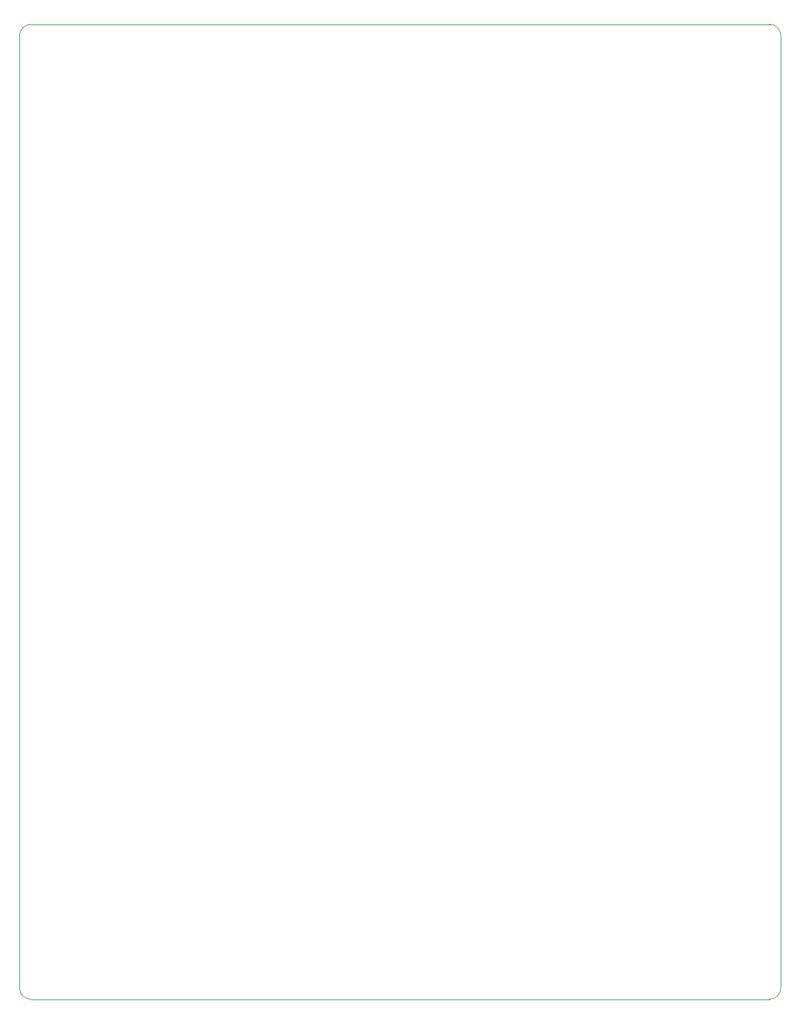
<source format=gbr>
%TF.GenerationSoftware,KiCad,Pcbnew,(7.0.0)*%
%TF.CreationDate,2023-12-08T21:12:49-05:00*%
%TF.ProjectId,Coaster-Graphics,436f6173-7465-4722-9d47-726170686963,rev?*%
%TF.SameCoordinates,Original*%
%TF.FileFunction,Profile,NP*%
%FSLAX46Y46*%
G04 Gerber Fmt 4.6, Leading zero omitted, Abs format (unit mm)*
G04 Created by KiCad (PCBNEW (7.0.0)) date 2023-12-08 21:12:49*
%MOMM*%
%LPD*%
G01*
G04 APERTURE LIST*
%TA.AperFunction,Profile*%
%ADD10C,0.100000*%
%TD*%
G04 APERTURE END LIST*
D10*
X188790000Y-23000133D02*
G75*
G03*
X187289868Y-21500000I-1500100J33D01*
G01*
X90290000Y-21500000D02*
G75*
G03*
X88789868Y-23000132I-2J-1500130D01*
G01*
X88789868Y-148000000D02*
G75*
G03*
X90290001Y-149500133I1500134J1D01*
G01*
X187289868Y-149500101D02*
G75*
G03*
X188790001Y-148000000I32J1500101D01*
G01*
X188790001Y-148000000D02*
X188790001Y-23000133D01*
X90290001Y-149500133D02*
X187289868Y-149500133D01*
X187289868Y-21500000D02*
X90290000Y-21500000D01*
X88789868Y-23000132D02*
X88789868Y-148000000D01*
M02*

</source>
